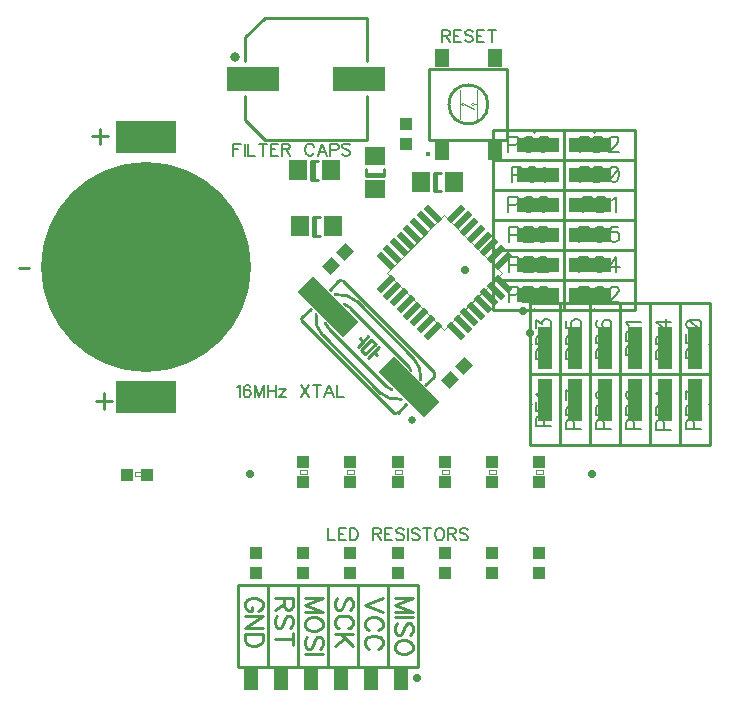
<source format=gbr>
%TF.GenerationSoftware,Novarm,DipTrace,3.0.0.2*%
%TF.CreationDate,2016-12-19T10:05:56+01:00*%
%FSLAX26Y26*%
%MOIN*%
%TF.FileFunction,Drawing,Top*%
%TF.Part,Single*%
%AMOUTLINE0*
4,1,4,
-0.001392,-0.029231,
-0.029231,-0.001392,
0.001392,0.029231,
0.029231,0.001392,
-0.001392,-0.029231,
0*%
%AMOUTLINE3*
4,1,15,
-0.023622,-0.03937,
-0.023622,0.03937,
-0.019685,0.031496,
-0.015748,0.03937,
-0.011811,0.031496,
-0.007874,0.03937,
-0.003937,0.031496,
0.0,0.03937,
0.003937,0.031496,
0.007874,0.03937,
0.011811,0.031496,
0.015748,0.03937,
0.019685,0.031496,
0.023622,0.03937,
0.023622,-0.03937,
-0.023622,-0.03937,
0*%
%AMOUTLINE6*
4,1,4,
-0.016703,-0.030623,
-0.030623,-0.016703,
0.016703,0.030623,
0.030623,0.016703,
-0.016703,-0.030623,
0*%
%AMOUTLINE9*
4,1,4,
-0.030623,0.016703,
-0.016703,0.030623,
0.030623,-0.016703,
0.016703,-0.030623,
-0.030623,0.016703,
0*%
%AMOUTLINE12*
4,1,4,
0.051501,-0.101612,
-0.101612,0.051501,
-0.051501,0.101612,
0.101612,-0.051501,
0.051501,-0.101612,
0*%
%ADD10C,0.009843*%
%ADD17C,0.000013*%
%ADD26C,0.031465*%
%ADD31C,0.027557*%
%ADD33C,0.027586*%
%ADD35C,0.027579*%
%ADD36C,0.015756*%
%ADD37C,0.003937*%
%ADD40O,0.025956X0.025765*%
%ADD65C,0.006176*%
%ADD66C,0.009264*%
%ADD67C,0.00772*%
%ADD22C,0.027559*%
%ADD23R,0.2X0.109843*%
%ADD24C,0.7*%
%ADD25R,0.070866X0.062992*%
%ADD27R,0.177165X0.082677*%
%ADD28R,0.062992X0.070866*%
%ADD29R,0.043307X0.03937*%
%ADD30R,0.03937X0.043307*%
%ADD32R,0.144882X0.05*%
%ADD34R,0.05X0.144882*%
%ADD38R,0.051181X0.061024*%
%ADD69OUTLINE0*%
%ADD72OUTLINE3*%
%ADD75OUTLINE6*%
%ADD78OUTLINE9*%
%ADD81OUTLINE12*%
G75*
G01*
%LPD*%
D22*
X2755906Y1200787D3*
X1614173D3*
X2332677Y1877953D3*
D23*
X1270146Y2321504D3*
Y1456543D3*
D24*
Y1889024D3*
X2063576Y2200089D2*
D10*
X2000647D1*
X2063576Y2192640D2*
X2000647D1*
X2063576D2*
Y2216199D1*
X2000647Y2192640D2*
Y2216199D1*
D25*
X2032112Y2149302D3*
Y2259538D3*
X2004826Y2719747D2*
D10*
Y2576033D1*
Y2719747D2*
X1664243D1*
X2004826Y2457948D2*
Y2314235D1*
X1664243D1*
X1599295Y2654784D2*
Y2576033D1*
Y2457948D2*
Y2379198D1*
Y2654784D2*
X1664243Y2719747D1*
X1599295Y2379198D2*
X1664243Y2314235D1*
D26*
X1565864Y2587854D3*
D27*
X1624895Y2516991D3*
X1979226D3*
X2235293Y2140967D2*
D10*
Y2203896D1*
X2227844Y2140967D2*
Y2203896D1*
Y2140967D2*
X2251403D1*
X2227844Y2203896D2*
X2251403D1*
D28*
X2184505Y2172432D3*
X2294741D3*
X1833163Y1993319D2*
D10*
Y2056248D1*
X1825714Y1993319D2*
Y2056248D1*
Y1993319D2*
X1849273D1*
X1825714Y2056248D2*
X1849273D1*
D28*
X1782375Y2024783D3*
X1892612D3*
X1827643Y2180444D2*
D10*
Y2243373D1*
X1820194Y2180444D2*
Y2243373D1*
Y2180444D2*
X1843753D1*
X1820194Y2243373D2*
X1843753D1*
D28*
X1776856Y2211908D3*
X1887092D3*
D69*
X1931913Y1938358D3*
X1884588Y1891033D3*
X2328319Y1559403D3*
X2280993Y1512077D3*
D29*
X1206755Y1196703D3*
X1273684D3*
D30*
X1792937Y1172604D3*
Y1239533D3*
X1950417Y1172604D3*
Y1239533D3*
X2107898Y1172604D3*
Y1239533D3*
X2265378Y1172604D3*
Y1239533D3*
X2422858Y1172604D3*
Y1239533D3*
X2580339Y1172604D3*
Y1239533D3*
D31*
X2526070Y1742580D3*
X2561907Y1748491D2*
D10*
Y1744551D1*
X2761902D1*
Y1748491D1*
X2561907Y2344535D2*
X2761902D1*
X2561907D2*
Y2340595D1*
X2761902Y2344535D2*
Y2340595D1*
D32*
X2749306Y1794535D3*
Y1894535D3*
Y1994535D3*
Y2094535D3*
Y2194535D3*
Y2294535D3*
X2574503D3*
Y2194535D3*
Y2094535D3*
Y1994535D3*
Y1894535D3*
Y1794535D3*
D33*
X2547350Y1667771D3*
X2553262Y1631934D2*
D10*
X2549321D1*
Y1431940D1*
X2553262D1*
X3149306Y1631934D2*
Y1431940D1*
Y1631934D2*
X3145365D1*
X3149306Y1431940D2*
X3145365D1*
D34*
X2599306Y1444535D3*
X2699306D3*
X2799306D3*
X2899306D3*
X2999306D3*
X3099306D3*
Y1619339D3*
X2999306D3*
X2899306D3*
X2799306D3*
X2699306D3*
X2599306D3*
D35*
X2173219Y520173D3*
D72*
X2120079Y518146D3*
X2020079D3*
X1920079D3*
X1820079D3*
X1720079D3*
X1620079D3*
D30*
X2136944Y2298396D3*
Y2365325D3*
X1635457Y936383D3*
Y869454D3*
X1792937Y936383D3*
Y869454D3*
X1950417Y936383D3*
Y869454D3*
X2107898Y936383D3*
Y869454D3*
X2265378Y936383D3*
Y869454D3*
X2422858Y936383D3*
Y869454D3*
X2580339Y936383D3*
Y869454D3*
D36*
X2209545Y2265731D3*
X2278436Y2431102D2*
D10*
G02X2278436Y2431102I64966J0D01*
G01*
X2315843Y2383864D2*
D37*
Y2478341D1*
X2370961Y2383864D2*
Y2478341D1*
X2315843Y2431102D2*
X2321765D1*
X2370961D2*
X2365039D1*
X2321765D2*
G02X2321765Y2431102I3925J0D01*
G01*
X2355205D2*
G02X2355205Y2431102I3925J0D01*
G01*
X2329615D2*
X2361127Y2417339D1*
X2213484Y2312988D2*
D10*
X2473320D1*
Y2549217D1*
X2213484D1*
Y2312988D1*
D38*
X2254816Y2274606D3*
Y2587598D3*
X2431982Y2274606D3*
Y2587598D3*
D75*
X2068134Y1832728D3*
X2090406Y1810457D3*
X2112676Y1788185D3*
X2134948Y1765915D3*
X2157218Y1743643D3*
X2179490Y1721373D3*
X2201760Y1699101D3*
X2224031Y1676831D3*
D78*
X2301980D3*
X2324251Y1699101D3*
X2346522Y1721373D3*
X2368794Y1743643D3*
X2391064Y1765915D3*
X2413336Y1788185D3*
X2435606Y1810457D3*
X2457878Y1832728D3*
D75*
Y1910676D3*
X2435606Y1932948D3*
X2413336Y1955219D3*
X2391064Y1977490D3*
X2368794Y1999761D3*
X2346522Y2022031D3*
X2324251Y2044303D3*
X2301980Y2066573D3*
D78*
X2224031D3*
X2201760Y2044303D3*
X2179490Y2022031D3*
X2157218Y1999761D3*
X2134948Y1977490D3*
X2112676Y1955219D3*
X2090406Y1932948D3*
X2068134Y1910676D3*
X2120063Y1448727D2*
D10*
G02X2048566Y1470699I-14874J78912D01*
G01*
X2136958Y1431879D2*
X2108642Y1403601D1*
X1857579Y1661645D2*
G02X1835587Y1733225I56736J56599D01*
G01*
X1818739Y1750073D2*
X1790424Y1721796D1*
X1949557Y1753620D2*
X2140497Y1562674D1*
X1970746Y1774804D2*
X2161686Y1583857D1*
X2069756Y1491931D2*
X1878815Y1682878D1*
X1924781Y1842000D2*
X2228841Y1537944D1*
X1924781Y1842000D2*
G03X1910623Y1842000I-7079J-6999D01*
G01*
X1882355Y1813722D1*
X1949557Y1753620D2*
G03X1930538Y1765493I-36105J-36668D01*
G01*
X1878815Y1682878D2*
G02X1866923Y1701893I35835J35638D01*
G01*
X1970746Y1774804D2*
G03X1899202Y1796825I-56550J-56496D01*
G01*
X2183678Y1512376D2*
G03X2161686Y1583857I-78419J14998D01*
G01*
X2152342Y1543707D2*
G03X2140497Y1562674I-47705J-16611D01*
G01*
X2088727Y1480108D2*
G02X2069756Y1491931I16208J47138D01*
G01*
X2228841Y1523805D2*
X2200573Y1495478D1*
X2228841Y1523805D2*
G03X2228841Y1537944I-7077J7069D01*
G01*
X2048566Y1470699D2*
X1857579Y1661645D1*
X1790424Y1707608D2*
X2094484Y1403601D1*
X1790424Y1707608D2*
G02X1790424Y1721796I7136J7094D01*
G01*
X2108642Y1403601D2*
G02X2094484Y1403601I-7079J6999D01*
G01*
X1999014Y1598095D2*
X2034361Y1633417D1*
X2020251Y1647506D1*
X1984904Y1612184D1*
X1999014Y1598095D1*
X2009633Y1587454D2*
X2027330Y1605139D1*
X2044980Y1622776D1*
X2027330Y1605139D2*
X2037948Y1594498D1*
X1974285Y1622776D2*
X1991983Y1640462D1*
X2009633Y1658147D1*
X1991983Y1640462D2*
X1981317Y1651103D1*
D40*
X2157109Y1378994D3*
D81*
X2143983Y1488438D3*
X1875282Y1757138D3*
X2263005Y1677953D2*
D17*
X2070879Y1870079D1*
X2263005Y2062205D1*
X2455131Y1870079D1*
X2263005Y1677953D1*
X1231483Y1193228D2*
Y1205039D1*
X1255105D1*
Y1193228D1*
X1231483D1*
X1782375Y1200787D2*
Y1212598D1*
X1805997D1*
Y1200787D1*
X1782375D1*
X1939856D2*
Y1212598D1*
X1963478D1*
Y1200787D1*
X1939856D1*
X2097336D2*
Y1212598D1*
X2120958D1*
Y1200787D1*
X2097336D1*
X2254816D2*
Y1212598D1*
X2278438D1*
Y1200787D1*
X2254816D1*
X2412297D2*
Y1212598D1*
X2435919D1*
Y1200787D1*
X2412297D1*
X2569777D2*
Y1212598D1*
X2593399D1*
Y1200787D1*
X2569777D1*
X2074472Y830196D2*
D10*
X2174472D1*
Y554605D1*
X2074472D1*
Y830196D1*
X1974472D2*
X2074472D1*
Y554605D1*
X1974472D1*
Y830196D1*
X1874472D2*
X1974472D1*
Y554605D1*
X1874472D1*
Y830196D1*
X1774472D2*
X1874472D1*
Y554605D1*
X1774472D1*
Y830196D1*
X1674472D2*
X1774472D1*
Y554605D1*
X1674472D1*
Y830196D1*
X1574472D2*
X1674472D1*
Y554605D1*
X1574472D1*
Y830196D1*
X2548094Y1531693D2*
X2648094D1*
Y1295472D1*
X2548094D1*
Y1531693D1*
X2648094D2*
X2748094D1*
Y1295472D1*
X2648094D1*
Y1531693D1*
X2748094D2*
X2848094D1*
Y1295472D1*
X2748094D1*
Y1531693D1*
X2848094D2*
X2948094D1*
Y1295472D1*
X2848094D1*
Y1531693D1*
X2948094D2*
X3048094D1*
Y1295472D1*
X2948094D1*
Y1531693D1*
X3048094D2*
X3148094D1*
Y1295472D1*
X3048094D1*
Y1531693D1*
X2548094Y1767913D2*
X2648094D1*
Y1531693D1*
X2548094D1*
Y1767913D1*
X2648094D2*
X2748094D1*
Y1531693D1*
X2648094D1*
Y1767913D1*
X2748094D2*
X2848094D1*
Y1531693D1*
X2748094D1*
Y1767913D1*
X2848094D2*
X2948094D1*
Y1531693D1*
X2848094D1*
Y1767913D1*
X2948094D2*
X3048094D1*
Y1531693D1*
X2948094D1*
Y1767913D1*
X3048094D2*
X3148094D1*
Y1531693D1*
X3048094D1*
Y1767913D1*
X2425575Y2345584D2*
X2661795D1*
Y2245584D1*
X2425575D1*
Y2345584D1*
Y2245584D2*
X2661795D1*
Y2145584D1*
X2425575D1*
Y2245584D1*
Y2145584D2*
X2661795D1*
Y2045584D1*
X2425575D1*
Y2145584D1*
Y2045584D2*
X2661795D1*
Y1945584D1*
X2425575D1*
Y2045584D1*
Y1945584D2*
X2661795D1*
Y1845584D1*
X2425575D1*
Y1945584D1*
Y1845584D2*
X2661795D1*
Y1745584D1*
X2425575D1*
Y1845584D1*
X2661795Y2345584D2*
X2898016D1*
Y2245584D1*
X2661795D1*
Y2345584D1*
Y2245584D2*
X2898016D1*
Y2145584D1*
X2661795D1*
Y2245584D1*
Y2145584D2*
X2898016D1*
Y2045584D1*
X2661795D1*
Y2145584D1*
Y2045584D2*
X2898016D1*
Y1945584D1*
X2661795D1*
Y2045584D1*
Y1945584D2*
X2898016D1*
Y1845584D1*
X2661795D1*
Y1945584D1*
Y1845584D2*
X2898016D1*
Y1745584D1*
X2661795D1*
Y1845584D1*
X2097943Y740298D2*
D66*
X2158231D1*
X2097943Y763246D1*
X2158231Y786194D1*
X2097943D1*
X2158231Y721771D2*
X2097943D1*
X2149609Y663052D2*
X2155379Y668755D1*
X2158231Y677377D1*
Y688851D1*
X2155379Y697473D1*
X2149609Y703244D1*
X2143905D1*
X2138135Y700325D1*
X2135283Y697473D1*
X2132431Y691770D1*
X2126661Y674526D1*
X2123809Y668755D1*
X2120891Y665904D1*
X2115187Y663052D1*
X2106565D1*
X2100861Y668755D1*
X2097943Y677378D1*
Y688851D1*
X2100861Y697474D1*
X2106565Y703244D1*
X2158231Y627280D2*
X2155379Y633051D1*
X2149609Y638754D1*
X2143905Y641673D1*
X2135283Y644525D1*
X2120891D1*
X2112335Y641673D1*
X2106565Y638754D1*
X2100861Y633051D1*
X2097943Y627280D1*
Y615807D1*
X2100861Y610103D1*
X2106565Y604333D1*
X2112335Y601481D1*
X2120891Y598629D1*
X2135283D1*
X2143905Y601481D1*
X2149609Y604333D1*
X2155379Y610103D1*
X2158231Y615806D1*
Y627280D1*
X2058231Y786194D2*
X1997943Y763246D1*
X2058231Y740298D1*
X2043905Y678727D2*
X2049609Y681579D1*
X2055379Y687349D1*
X2058231Y693053D1*
Y704527D1*
X2055379Y710297D1*
X2049609Y716001D1*
X2043905Y718919D1*
X2035283Y721771D1*
X2020891D1*
X2012335Y718919D1*
X2006565Y716001D1*
X2000861Y710297D1*
X1997943Y704527D1*
Y693053D1*
X2000861Y687349D1*
X2006565Y681579D1*
X2012335Y678727D1*
X2043905Y617156D2*
X2049609Y620008D1*
X2055379Y625778D1*
X2058231Y631482D1*
Y642956D1*
X2055379Y648726D1*
X2049609Y654430D1*
X2043905Y657348D1*
X2035283Y660200D1*
X2020891D1*
X2012335Y657348D1*
X2006565Y654430D1*
X2000861Y648726D1*
X1997943Y642956D1*
Y631482D1*
X2000861Y625778D1*
X2006565Y620008D1*
X2012335Y617156D1*
X1949609Y746002D2*
X1955379Y751705D1*
X1958231Y760327D1*
Y771801D1*
X1955379Y780423D1*
X1949609Y786194D1*
X1943905D1*
X1938135Y783275D1*
X1935283Y780423D1*
X1932431Y774720D1*
X1926661Y757476D1*
X1923809Y751705D1*
X1920891Y748854D1*
X1915187Y746002D1*
X1906565D1*
X1900861Y751705D1*
X1897943Y760327D1*
Y771801D1*
X1900861Y780423D1*
X1906565Y786194D1*
X1943905Y684431D2*
X1949609Y687283D1*
X1955379Y693053D1*
X1958231Y698756D1*
Y710230D1*
X1955379Y716001D1*
X1949609Y721704D1*
X1943905Y724623D1*
X1935283Y727475D1*
X1920891D1*
X1912335Y724623D1*
X1906565Y721704D1*
X1900861Y716001D1*
X1897943Y710230D1*
Y698757D1*
X1900861Y693053D1*
X1906565Y687283D1*
X1912335Y684431D1*
X1958231Y665904D2*
X1897943D1*
X1958231Y625712D2*
X1918039Y665904D1*
X1932431Y651578D2*
X1897943Y625712D1*
X1797943Y740298D2*
X1858231D1*
X1797943Y763246D1*
X1858231Y786194D1*
X1797943D1*
X1858231Y704527D2*
X1855379Y710297D1*
X1849609Y716001D1*
X1843905Y718919D1*
X1835283Y721771D1*
X1820891D1*
X1812335Y718919D1*
X1806565Y716001D1*
X1800861Y710297D1*
X1797943Y704527D1*
Y693053D1*
X1800861Y687349D1*
X1806565Y681579D1*
X1812335Y678727D1*
X1820891Y675875D1*
X1835283D1*
X1843905Y678727D1*
X1849609Y681579D1*
X1855379Y687349D1*
X1858231Y693053D1*
Y704527D1*
X1849609Y617156D2*
X1855379Y622860D1*
X1858231Y631482D1*
Y642956D1*
X1855379Y651578D1*
X1849609Y657348D1*
X1843905D1*
X1838135Y654430D1*
X1835283Y651578D1*
X1832431Y645874D1*
X1826661Y628630D1*
X1823809Y622860D1*
X1820891Y620008D1*
X1815187Y617156D1*
X1806565D1*
X1800861Y622860D1*
X1797943Y631482D1*
Y642956D1*
X1800861Y651578D1*
X1806565Y657348D1*
X1858231Y598629D2*
X1797943D1*
X1729513Y786194D2*
Y760394D1*
X1732431Y751772D1*
X1735283Y748853D1*
X1740987Y746002D1*
X1746757D1*
X1752461Y748853D1*
X1755379Y751772D1*
X1758231Y760394D1*
Y786194D1*
X1697943D1*
X1729513Y766098D2*
X1697943Y746002D1*
X1749609Y687283D2*
X1755379Y692986D1*
X1758231Y701608D1*
Y713082D1*
X1755379Y721704D1*
X1749609Y727475D1*
X1743905D1*
X1738135Y724556D1*
X1735283Y721704D1*
X1732431Y716001D1*
X1726661Y698757D1*
X1723809Y692986D1*
X1720891Y690134D1*
X1715187Y687283D1*
X1706565D1*
X1700861Y692986D1*
X1697943Y701608D1*
Y713082D1*
X1700861Y721704D1*
X1706565Y727475D1*
X1758231Y648659D2*
X1697943D1*
X1758231Y668755D2*
Y628563D1*
X1643905Y743150D2*
X1649609Y746002D1*
X1655379Y751772D1*
X1658231Y757476D1*
Y768949D1*
X1655379Y774720D1*
X1649609Y780423D1*
X1643905Y783342D1*
X1635283Y786194D1*
X1620891D1*
X1612335Y783342D1*
X1606565Y780423D1*
X1600861Y774720D1*
X1597943Y768950D1*
Y757476D1*
X1600861Y751772D1*
X1606565Y746002D1*
X1612335Y743150D1*
X1620891D1*
Y757476D1*
X1658231Y684431D2*
X1597943D1*
X1658231Y724623D1*
X1597943D1*
X1658231Y665904D2*
X1597943D1*
Y645808D1*
X1600861Y637186D1*
X1606565Y631415D1*
X1612335Y628563D1*
X1620891Y625712D1*
X1635283D1*
X1643905Y628563D1*
X1649609Y631415D1*
X1655379Y637185D1*
X1658231Y645808D1*
Y665904D1*
X2596271Y1359869D2*
D67*
Y1381425D1*
X2593894Y1388554D1*
X2591462Y1390986D1*
X2586709Y1393363D1*
X2579524D1*
X2574771Y1390986D1*
X2572339Y1388554D1*
X2569962Y1381425D1*
Y1359869D1*
X2620202D1*
X2569962Y1439863D2*
Y1408802D1*
X2620202D1*
Y1439863D1*
X2593894Y1408802D2*
Y1427925D1*
X2579579Y1455303D2*
X2577147Y1460111D1*
X2570018Y1467296D1*
X2620202D1*
X2696271Y1347904D2*
Y1369459D1*
X2693894Y1376588D1*
X2691462Y1379020D1*
X2686709Y1381397D1*
X2679524D1*
X2674771Y1379020D1*
X2672339Y1376588D1*
X2669962Y1369459D1*
Y1347904D1*
X2720202D1*
X2669962Y1396836D2*
X2720202D1*
Y1413583D1*
X2717770Y1420768D1*
X2713017Y1425576D1*
X2708209Y1427953D1*
X2701079Y1430329D1*
X2689086D1*
X2681901Y1427953D1*
X2677147Y1425576D1*
X2672339Y1420768D1*
X2669962Y1413583D1*
Y1396836D1*
X2720202Y1455330D2*
X2670018Y1479262D1*
Y1445769D1*
X2796271Y1347904D2*
Y1369459D1*
X2793894Y1376588D1*
X2791462Y1379020D1*
X2786709Y1381397D1*
X2779524D1*
X2774771Y1379020D1*
X2772339Y1376588D1*
X2769962Y1369459D1*
Y1347904D1*
X2820202D1*
X2769962Y1396836D2*
X2820202D1*
Y1418391D1*
X2817770Y1425576D1*
X2815394Y1427953D1*
X2810641Y1430329D1*
X2803456D1*
X2798647Y1427953D1*
X2796271Y1425576D1*
X2793894Y1418391D1*
X2791462Y1425576D1*
X2789086Y1427953D1*
X2784332Y1430329D1*
X2779524D1*
X2774771Y1427953D1*
X2772339Y1425576D1*
X2769962Y1418391D1*
Y1396836D1*
X2793894D2*
Y1418391D1*
X2770018Y1460139D2*
X2772394Y1452954D1*
X2779579Y1448145D1*
X2791517Y1445769D1*
X2798702D1*
X2810641Y1448145D1*
X2817826Y1452954D1*
X2820202Y1460139D1*
Y1464892D1*
X2817826Y1472077D1*
X2810641Y1476830D1*
X2798702Y1479262D1*
X2791517D1*
X2779579Y1476830D1*
X2772394Y1472077D1*
X2770018Y1464892D1*
Y1460139D1*
X2779579Y1476830D2*
X2810641Y1448145D1*
X2896271Y1347904D2*
Y1369459D1*
X2893894Y1376588D1*
X2891462Y1379020D1*
X2886709Y1381397D1*
X2879524D1*
X2874771Y1379020D1*
X2872339Y1376588D1*
X2869962Y1369459D1*
Y1347904D1*
X2920202D1*
X2869962Y1396836D2*
X2920202D1*
Y1418391D1*
X2917770Y1425576D1*
X2915394Y1427953D1*
X2910641Y1430329D1*
X2903456D1*
X2898647Y1427953D1*
X2896271Y1425576D1*
X2893894Y1418391D1*
X2891462Y1425576D1*
X2889086Y1427953D1*
X2884332Y1430329D1*
X2879524D1*
X2874771Y1427953D1*
X2872339Y1425576D1*
X2869962Y1418391D1*
Y1396836D1*
X2893894D2*
Y1418391D1*
X2881956Y1448200D2*
X2879579D1*
X2874771Y1450577D1*
X2872394Y1452954D1*
X2870018Y1457762D1*
Y1467324D1*
X2872394Y1472077D1*
X2874771Y1474454D1*
X2879579Y1476885D1*
X2884332D1*
X2889141Y1474453D1*
X2896271Y1469700D1*
X2920202Y1445769D1*
Y1479262D1*
X2996271Y1346715D2*
Y1368270D1*
X2993894Y1375400D1*
X2991462Y1377832D1*
X2986709Y1380209D1*
X2979524D1*
X2974771Y1377832D1*
X2972339Y1375400D1*
X2969962Y1368270D1*
Y1346715D1*
X3020202D1*
X2969962Y1395648D2*
X3020202D1*
Y1417203D1*
X3017770Y1424388D1*
X3015394Y1426764D1*
X3010641Y1429141D1*
X3003456D1*
X2998647Y1426764D1*
X2996271Y1424388D1*
X2993894Y1417203D1*
X2991462Y1424388D1*
X2989086Y1426764D1*
X2984332Y1429141D1*
X2979524D1*
X2974771Y1426765D1*
X2972339Y1424388D1*
X2969962Y1417203D1*
Y1395648D1*
X2993894D2*
Y1417203D1*
X3020202Y1468512D2*
X2970018D1*
X3003456Y1444580D1*
Y1480450D1*
X3096271Y1347904D2*
Y1369459D1*
X3093894Y1376588D1*
X3091462Y1379020D1*
X3086709Y1381397D1*
X3079524D1*
X3074771Y1379020D1*
X3072339Y1376588D1*
X3069962Y1369459D1*
Y1347904D1*
X3120202D1*
X3069962Y1396836D2*
X3120202D1*
Y1418391D1*
X3117770Y1425576D1*
X3115394Y1427953D1*
X3110641Y1430329D1*
X3103456D1*
X3098647Y1427953D1*
X3096271Y1425576D1*
X3093894Y1418391D1*
X3091462Y1425576D1*
X3089086Y1427953D1*
X3084332Y1430329D1*
X3079524D1*
X3074771Y1427953D1*
X3072339Y1425576D1*
X3069962Y1418391D1*
Y1396836D1*
X3093894D2*
Y1418391D1*
X3070018Y1450577D2*
Y1476830D1*
X3089141Y1462515D1*
Y1469700D1*
X3091517Y1474453D1*
X3093894Y1476830D1*
X3101079Y1479262D1*
X3105832D1*
X3113017Y1476830D1*
X3117826Y1472077D1*
X3120202Y1464892D1*
Y1457707D1*
X3117826Y1450577D1*
X3115394Y1448200D1*
X3110641Y1445769D1*
X2596271Y1584124D2*
Y1605679D1*
X2593894Y1612809D1*
X2591462Y1615241D1*
X2586709Y1617617D1*
X2579524D1*
X2574771Y1615241D1*
X2572339Y1612809D1*
X2569962Y1605679D1*
Y1584124D1*
X2620202D1*
X2569962Y1633057D2*
X2620202Y1633056D1*
Y1649803D1*
X2617770Y1656988D1*
X2613017Y1661797D1*
X2608209Y1664173D1*
X2601079Y1666550D1*
X2589086D1*
X2581901Y1664173D1*
X2577147Y1661797D1*
X2572339Y1656988D1*
X2569962Y1649803D1*
Y1633057D1*
X2570018Y1686798D2*
Y1713051D1*
X2589141Y1698736D1*
Y1705921D1*
X2591517Y1710674D1*
X2593894Y1713051D1*
X2601079Y1715482D1*
X2605832D1*
X2613017Y1713051D1*
X2617826Y1708297D1*
X2620202Y1701112D1*
Y1693927D1*
X2617826Y1686798D1*
X2615394Y1684421D1*
X2610641Y1681989D1*
X2696271Y1584124D2*
Y1605679D1*
X2693894Y1612809D1*
X2691462Y1615241D1*
X2686709Y1617617D1*
X2679524D1*
X2674771Y1615241D1*
X2672339Y1612809D1*
X2669962Y1605679D1*
Y1584124D1*
X2720202D1*
X2669962Y1633057D2*
X2720202Y1633056D1*
Y1649803D1*
X2717770Y1656988D1*
X2713017Y1661797D1*
X2708209Y1664173D1*
X2701079Y1666550D1*
X2689086D1*
X2681901Y1664173D1*
X2677147Y1661797D1*
X2672339Y1656988D1*
X2669962Y1649803D1*
Y1633057D1*
X2670018Y1710674D2*
Y1686798D1*
X2691517Y1684421D1*
X2689141Y1686798D1*
X2686709Y1693983D1*
Y1701112D1*
X2689141Y1708297D1*
X2693894Y1713106D1*
X2701079Y1715482D1*
X2705832D1*
X2713017Y1713106D1*
X2717826Y1708297D1*
X2720202Y1701112D1*
Y1693983D1*
X2717826Y1686798D1*
X2715394Y1684421D1*
X2710641Y1681989D1*
X2796271Y1585340D2*
Y1606895D1*
X2793894Y1614025D1*
X2791462Y1616457D1*
X2786709Y1618833D1*
X2779524D1*
X2774771Y1616457D1*
X2772339Y1614025D1*
X2769962Y1606895D1*
Y1585340D1*
X2820202D1*
X2769962Y1634272D2*
X2820202D1*
Y1651019D1*
X2817770Y1658204D1*
X2813017Y1663013D1*
X2808209Y1665389D1*
X2801079Y1667766D1*
X2789086D1*
X2781901Y1665389D1*
X2777147Y1663013D1*
X2772339Y1658204D1*
X2769962Y1651019D1*
Y1634272D1*
X2777147Y1711890D2*
X2772394Y1709513D1*
X2770018Y1702328D1*
Y1697575D1*
X2772394Y1690390D1*
X2779579Y1685582D1*
X2791517Y1683205D1*
X2803456D1*
X2813017Y1685582D1*
X2817826Y1690390D1*
X2820202Y1697575D1*
Y1699952D1*
X2817826Y1707081D1*
X2813017Y1711890D1*
X2805832Y1714266D1*
X2803456D1*
X2796271Y1711890D1*
X2791517Y1707081D1*
X2789141Y1699952D1*
Y1697575D1*
X2791517Y1690390D1*
X2796271Y1685582D1*
X2803456Y1683205D1*
X2896271Y1594874D2*
Y1616429D1*
X2893894Y1623559D1*
X2891462Y1625991D1*
X2886709Y1628367D1*
X2879524D1*
X2874771Y1625991D1*
X2872339Y1623559D1*
X2869962Y1616429D1*
Y1594874D1*
X2920202D1*
X2869962Y1643806D2*
X2920202D1*
Y1665362D1*
X2917770Y1672547D1*
X2915394Y1674923D1*
X2910641Y1677300D1*
X2903456D1*
X2898647Y1674923D1*
X2896271Y1672547D1*
X2893894Y1665362D1*
X2891462Y1672547D1*
X2889086Y1674923D1*
X2884332Y1677300D1*
X2879524D1*
X2874771Y1674923D1*
X2872339Y1672547D1*
X2869962Y1665362D1*
Y1643806D1*
X2893894D2*
Y1665362D1*
X2879579Y1692739D2*
X2877147Y1697547D1*
X2870018Y1704733D1*
X2920202Y1704732D1*
X2996271Y1582936D2*
Y1604491D1*
X2993894Y1611621D1*
X2991462Y1614052D1*
X2986709Y1616429D1*
X2979524D1*
X2974771Y1614052D1*
X2972339Y1611621D1*
X2969962Y1604491D1*
Y1582936D1*
X3020202D1*
X2969962Y1631868D2*
X3020202D1*
Y1648615D1*
X3017770Y1655800D1*
X3013017Y1660608D1*
X3008209Y1662985D1*
X3001079Y1665362D1*
X2989086D1*
X2981901Y1662985D1*
X2977147Y1660608D1*
X2972339Y1655800D1*
X2969962Y1648615D1*
Y1631868D1*
X3020202Y1704732D2*
X2970018Y1704733D1*
X3003456Y1680801D1*
Y1716671D1*
X3096271Y1585340D2*
Y1606895D1*
X3093894Y1614025D1*
X3091462Y1616457D1*
X3086709Y1618833D1*
X3079524D1*
X3074771Y1616457D1*
X3072339Y1614025D1*
X3069962Y1606895D1*
Y1585340D1*
X3120202D1*
X3069962Y1665334D2*
Y1634272D1*
X3120202D1*
Y1665334D1*
X3093894Y1634272D2*
Y1653396D1*
X3070018Y1695143D2*
X3072394Y1687958D1*
X3079579Y1683150D1*
X3091517Y1680773D1*
X3098703D1*
X3110641Y1683150D1*
X3117826Y1687958D1*
X3120202Y1695143D1*
Y1699896D1*
X3117826Y1707081D1*
X3110641Y1711835D1*
X3098702Y1714266D1*
X3091517D1*
X3079579Y1711835D1*
X3072394Y1707081D1*
X3070018Y1699896D1*
Y1695143D1*
X3079579Y1711835D2*
X3110641Y1683150D1*
X2476817Y2297408D2*
X2498373D1*
X2505502Y2299784D1*
X2507934Y2302216D1*
X2510311Y2306970D1*
Y2314155D1*
X2507934Y2318908D1*
X2505502Y2321340D1*
X2498373Y2323716D1*
X2476817D1*
Y2273476D1*
X2561620Y2311778D2*
X2559243Y2316531D1*
X2554435Y2321340D1*
X2549682Y2323716D1*
X2540120D1*
X2535312Y2321340D1*
X2530559Y2316531D1*
X2528127Y2311778D1*
X2525750Y2304593D1*
Y2292599D1*
X2528127Y2285470D1*
X2530559Y2280661D1*
X2535312Y2275908D1*
X2540120Y2273476D1*
X2549682D1*
X2554435Y2275908D1*
X2559243Y2280661D1*
X2561620Y2285470D1*
X2581868Y2323661D2*
X2608121D1*
X2593806Y2304538D1*
X2600991D1*
X2605744Y2302161D1*
X2608121Y2299784D1*
X2610553Y2292599D1*
Y2287846D1*
X2608121Y2280661D1*
X2603368Y2275853D1*
X2596183Y2273476D1*
X2588997D1*
X2581868Y2275853D1*
X2579491Y2278285D1*
X2577059Y2283038D1*
X2487567Y2197408D2*
X2509123D1*
X2516252Y2199784D1*
X2518684Y2202216D1*
X2521061Y2206970D1*
Y2214155D1*
X2518684Y2218908D1*
X2516252Y2221340D1*
X2509123Y2223716D1*
X2487567D1*
Y2173476D1*
X2572370Y2211778D2*
X2569993Y2216531D1*
X2565185Y2221340D1*
X2560432Y2223716D1*
X2550870D1*
X2546062Y2221340D1*
X2541308Y2216531D1*
X2538877Y2211778D1*
X2536500Y2204593D1*
Y2192599D1*
X2538877Y2185470D1*
X2541308Y2180661D1*
X2546062Y2175908D1*
X2550870Y2173476D1*
X2560432D1*
X2565185Y2175908D1*
X2569993Y2180661D1*
X2572370Y2185470D1*
X2587809Y2214099D2*
X2592618Y2216531D1*
X2599803Y2223661D1*
Y2173476D1*
X2476817Y2097408D2*
X2498373D1*
X2505502Y2099784D1*
X2507934Y2102216D1*
X2510311Y2106970D1*
Y2114155D1*
X2507934Y2118908D1*
X2505502Y2121340D1*
X2498373Y2123716D1*
X2476817D1*
Y2073476D1*
X2561620Y2111778D2*
X2559243Y2116531D1*
X2554435Y2121340D1*
X2549682Y2123716D1*
X2540120D1*
X2535312Y2121340D1*
X2530559Y2116531D1*
X2528127Y2111778D1*
X2525750Y2104593D1*
Y2092599D1*
X2528127Y2085470D1*
X2530559Y2080661D1*
X2535312Y2075908D1*
X2540120Y2073476D1*
X2549682D1*
X2554435Y2075908D1*
X2559243Y2080661D1*
X2561620Y2085470D1*
X2591429Y2123661D2*
X2584244Y2121284D1*
X2579436Y2114099D1*
X2577059Y2102161D1*
Y2094976D1*
X2579436Y2083038D1*
X2584244Y2075853D1*
X2591429Y2073476D1*
X2596183D1*
X2603368Y2075853D1*
X2608121Y2083038D1*
X2610553Y2094976D1*
Y2102161D1*
X2608121Y2114099D1*
X2603368Y2121284D1*
X2596183Y2123661D1*
X2591429D1*
X2608121Y2114099D2*
X2579436Y2083038D1*
X2479222Y1997408D2*
X2500777D1*
X2507907Y1999784D1*
X2510338Y2002216D1*
X2512715Y2006970D1*
Y2014155D1*
X2510338Y2018908D1*
X2507907Y2021340D1*
X2500777Y2023716D1*
X2479222D1*
Y1973476D1*
X2559216Y2023716D2*
X2528154D1*
Y1973476D1*
X2559216D1*
X2528154Y1999784D2*
X2547278D1*
X2579463Y2023661D2*
X2605717D1*
X2591402Y2004538D1*
X2598587D1*
X2603340Y2002161D1*
X2605717Y1999784D1*
X2608148Y1992599D1*
Y1987846D1*
X2605717Y1980661D1*
X2600963Y1975853D1*
X2593778Y1973476D1*
X2586593D1*
X2579463Y1975853D1*
X2577087Y1978285D1*
X2574655Y1983038D1*
X2479222Y1897408D2*
X2500777D1*
X2507907Y1899784D1*
X2510338Y1902216D1*
X2512715Y1906970D1*
Y1914155D1*
X2510338Y1918908D1*
X2507907Y1921340D1*
X2500777Y1923716D1*
X2479222D1*
Y1873476D1*
X2559216Y1923716D2*
X2528154D1*
Y1873476D1*
X2559216D1*
X2528154Y1899784D2*
X2547278D1*
X2577087Y1911723D2*
Y1914099D1*
X2579463Y1918908D1*
X2581840Y1921284D1*
X2586649Y1923661D1*
X2596210D1*
X2600963Y1921284D1*
X2603340Y1918908D1*
X2605772Y1914099D1*
Y1909346D1*
X2603340Y1904538D1*
X2598587Y1897408D1*
X2574655Y1873476D1*
X2608148D1*
X2478006Y1797408D2*
X2499561D1*
X2506691Y1799784D1*
X2509123Y1802216D1*
X2511499Y1806970D1*
Y1814155D1*
X2509123Y1818908D1*
X2506691Y1821340D1*
X2499561Y1823716D1*
X2478006D1*
Y1773476D1*
X2526938Y1823716D2*
Y1773476D1*
X2548493D1*
X2555679Y1775908D1*
X2558055Y1778285D1*
X2560432Y1783038D1*
Y1790223D1*
X2558055Y1795031D1*
X2555679Y1797408D1*
X2548493Y1799784D1*
X2555679Y1802216D1*
X2558055Y1804593D1*
X2560432Y1809346D1*
Y1814155D1*
X2558055Y1818908D1*
X2555679Y1821340D1*
X2548493Y1823716D1*
X2526938D1*
Y1799784D2*
X2548493D1*
X2604556Y1823661D2*
X2580679D1*
X2578303Y1802161D1*
X2580679Y1804538D1*
X2587864Y1806970D1*
X2594994D1*
X2602179Y1804538D1*
X2606988Y1799784D1*
X2609364Y1792599D1*
Y1787846D1*
X2606988Y1780661D1*
X2602179Y1775853D1*
X2594994Y1773476D1*
X2587864D1*
X2580679Y1775853D1*
X2578303Y1778285D1*
X2575871Y1783038D1*
X2714226Y2297408D2*
X2735781D1*
X2742911Y2299784D1*
X2745343Y2302216D1*
X2747720Y2306970D1*
Y2314155D1*
X2745343Y2318908D1*
X2742911Y2321340D1*
X2735781Y2323716D1*
X2714226D1*
Y2273476D1*
X2763159Y2323716D2*
Y2273476D1*
X2779906D1*
X2787091Y2275908D1*
X2791899Y2280661D1*
X2794276Y2285470D1*
X2796652Y2292599D1*
Y2304593D1*
X2794276Y2311778D1*
X2791899Y2316531D1*
X2787091Y2321340D1*
X2779906Y2323716D1*
X2763159D1*
X2814523Y2311723D2*
Y2314099D1*
X2816900Y2318908D1*
X2819276Y2321284D1*
X2824085Y2323661D1*
X2833647D1*
X2838400Y2321284D1*
X2840776Y2318908D1*
X2843208Y2314099D1*
Y2309346D1*
X2840776Y2304538D1*
X2836023Y2297408D1*
X2812091Y2273476D1*
X2845585D1*
X2714226Y2197408D2*
X2735781D1*
X2742911Y2199784D1*
X2745343Y2202216D1*
X2747720Y2206970D1*
Y2214155D1*
X2745343Y2218908D1*
X2742911Y2221340D1*
X2735781Y2223716D1*
X2714226D1*
Y2173476D1*
X2763159Y2223716D2*
Y2173476D1*
X2779906D1*
X2787091Y2175908D1*
X2791899Y2180661D1*
X2794276Y2185470D1*
X2796652Y2192599D1*
Y2204593D1*
X2794276Y2211778D1*
X2791899Y2216531D1*
X2787091Y2221340D1*
X2779906Y2223716D1*
X2763159D1*
X2826462Y2223661D2*
X2819276Y2221284D1*
X2814468Y2214099D1*
X2812091Y2202161D1*
Y2194976D1*
X2814468Y2183038D1*
X2819276Y2175853D1*
X2826462Y2173476D1*
X2831215D1*
X2838400Y2175853D1*
X2843153Y2183038D1*
X2845585Y2194976D1*
Y2202161D1*
X2843153Y2214099D1*
X2838400Y2221284D1*
X2831215Y2223661D1*
X2826462D1*
X2843153Y2214099D2*
X2814468Y2183038D1*
X2724976Y2097408D2*
X2746531D1*
X2753661Y2099784D1*
X2756093Y2102216D1*
X2758470Y2106970D1*
Y2114155D1*
X2756093Y2118908D1*
X2753661Y2121340D1*
X2746531Y2123716D1*
X2724976D1*
Y2073476D1*
X2773909Y2123716D2*
Y2073476D1*
X2790655D1*
X2797840Y2075908D1*
X2802649Y2080661D1*
X2805026Y2085470D1*
X2807402Y2092599D1*
Y2104593D1*
X2805026Y2111778D1*
X2802649Y2116531D1*
X2797840Y2121340D1*
X2790655Y2123716D1*
X2773909D1*
X2822841Y2114099D2*
X2827650Y2116531D1*
X2834835Y2123661D1*
Y2073476D1*
X2713038Y1997408D2*
X2734593D1*
X2741723Y1999784D1*
X2744155Y2002216D1*
X2746531Y2006970D1*
Y2014155D1*
X2744155Y2018908D1*
X2741723Y2021340D1*
X2734593Y2023716D1*
X2713038D1*
Y1973476D1*
X2797840Y2011778D2*
X2795464Y2016531D1*
X2790655Y2021340D1*
X2785902Y2023716D1*
X2776341D1*
X2771532Y2021340D1*
X2766779Y2016531D1*
X2764347Y2011778D1*
X2761971Y2004593D1*
Y1992599D1*
X2764347Y1985470D1*
X2766779Y1980661D1*
X2771532Y1975908D1*
X2776341Y1973476D1*
X2785902D1*
X2790655Y1975908D1*
X2795464Y1980661D1*
X2797840Y1985470D1*
X2841965Y2023661D2*
X2818088D1*
X2815712Y2002161D1*
X2818088Y2004538D1*
X2825273Y2006970D1*
X2832403D1*
X2839588Y2004538D1*
X2844396Y1999784D1*
X2846773Y1992599D1*
Y1987846D1*
X2844396Y1980661D1*
X2839588Y1975853D1*
X2832403Y1973476D1*
X2825273D1*
X2818088Y1975853D1*
X2815712Y1978285D1*
X2813280Y1983038D1*
X2711850Y1897408D2*
X2733405D1*
X2740535Y1899784D1*
X2742966Y1902216D1*
X2745343Y1906970D1*
Y1914155D1*
X2742966Y1918908D1*
X2740535Y1921340D1*
X2733405Y1923716D1*
X2711850D1*
Y1873476D1*
X2796652Y1911778D2*
X2794276Y1916531D1*
X2789467Y1921340D1*
X2784714Y1923716D1*
X2775152D1*
X2770344Y1921340D1*
X2765591Y1916531D1*
X2763159Y1911778D1*
X2760782Y1904593D1*
Y1892599D1*
X2763159Y1885470D1*
X2765591Y1880661D1*
X2770344Y1875908D1*
X2775152Y1873476D1*
X2784714D1*
X2789467Y1875908D1*
X2794276Y1880661D1*
X2796652Y1885470D1*
X2836023Y1873476D2*
Y1923661D1*
X2812091Y1890223D1*
X2847961D1*
X2713038Y1797408D2*
X2734593D1*
X2741723Y1799784D1*
X2744155Y1802216D1*
X2746531Y1806970D1*
Y1814155D1*
X2744155Y1818908D1*
X2741723Y1821340D1*
X2734593Y1823716D1*
X2713038D1*
Y1773476D1*
X2797840Y1811778D2*
X2795464Y1816531D1*
X2790655Y1821340D1*
X2785902Y1823716D1*
X2776341D1*
X2771532Y1821340D1*
X2766779Y1816531D1*
X2764347Y1811778D1*
X2761971Y1804593D1*
Y1792599D1*
X2764347Y1785470D1*
X2766779Y1780661D1*
X2771532Y1775908D1*
X2776341Y1773476D1*
X2785902D1*
X2790655Y1775908D1*
X2795464Y1780661D1*
X2797840Y1785470D1*
X2815712Y1811723D2*
Y1814099D1*
X2818088Y1818908D1*
X2820465Y1821284D1*
X2825273Y1823661D1*
X2834835D1*
X2839588Y1821284D1*
X2841965Y1818908D1*
X2844396Y1814099D1*
Y1809346D1*
X2841965Y1804538D1*
X2837211Y1797408D1*
X2813280Y1773476D1*
X2846773D1*
X1572063Y1487772D2*
D65*
X1575910Y1489718D1*
X1581658Y1495422D1*
Y1455274D1*
X1616957Y1489718D2*
X1615056Y1493520D1*
X1609308Y1495422D1*
X1605505D1*
X1599757Y1493520D1*
X1595910Y1487772D1*
X1594009Y1478222D1*
Y1468671D1*
X1595910Y1461022D1*
X1599757Y1457175D1*
X1605505Y1455274D1*
X1607406D1*
X1613110Y1457175D1*
X1616957Y1461022D1*
X1618858Y1466770D1*
Y1468671D1*
X1616957Y1474419D1*
X1613110Y1478222D1*
X1607406Y1480123D1*
X1605505D1*
X1599757Y1478222D1*
X1595910Y1474419D1*
X1594009Y1468671D1*
X1661807Y1455274D2*
Y1495466D1*
X1646508Y1455274D1*
X1631210Y1495466D1*
Y1455274D1*
X1674158Y1495466D2*
Y1455274D1*
X1700953Y1495466D2*
Y1455274D1*
X1674158Y1476320D2*
X1700953D1*
X1713304Y1482069D2*
X1734351D1*
X1713304Y1455274D1*
X1734351D1*
X1785583Y1495466D2*
X1812378Y1455274D1*
Y1495466D2*
X1785583Y1455274D1*
X1838127Y1495466D2*
Y1455274D1*
X1824729Y1495466D2*
X1851524D1*
X1894517Y1455274D2*
X1879174Y1495466D1*
X1863875Y1455274D1*
X1869623Y1468671D2*
X1888769D1*
X1906868Y1495466D2*
Y1455274D1*
X1929816D1*
X2255871Y2660109D2*
X2273071D1*
X2278819Y2662055D1*
X2280765Y2663956D1*
X2282666Y2667759D1*
Y2671605D1*
X2280765Y2675408D1*
X2278819Y2677353D1*
X2273071Y2679255D1*
X2255871D1*
Y2639063D1*
X2269269Y2660109D2*
X2282666Y2639063D1*
X2319867Y2679255D2*
X2295017D1*
Y2639063D1*
X2319867D1*
X2295017Y2660109D2*
X2310316D1*
X2359013Y2673507D2*
X2355210Y2677353D1*
X2349462Y2679255D1*
X2341813D1*
X2336065Y2677353D1*
X2332218Y2673507D1*
Y2669704D1*
X2334163Y2665857D1*
X2336065Y2663956D1*
X2339867Y2662055D1*
X2351363Y2658208D1*
X2355210Y2656307D1*
X2357111Y2654361D1*
X2359013Y2650559D1*
Y2644811D1*
X2355210Y2641008D1*
X2349462Y2639063D1*
X2341813D1*
X2336065Y2641008D1*
X2332218Y2644811D1*
X2396213Y2679255D2*
X2371364D1*
Y2639063D1*
X2396213D1*
X2371364Y2660109D2*
X2386663D1*
X2421962Y2679255D2*
Y2639063D1*
X2408565Y2679255D2*
X2435359D1*
X1129757Y1468376D2*
D66*
Y1416710D1*
X1103957Y1442510D2*
X1155623D1*
X1116172Y2350875D2*
Y2299209D1*
X1090372Y2325009D2*
X1142038D1*
X844810Y1887437D2*
X877972D1*
X1585501Y2300471D2*
D65*
X1560608D1*
Y2260279D1*
Y2281326D2*
X1575906D1*
X1597852Y2300471D2*
Y2260279D1*
X1610204Y2300471D2*
Y2260279D1*
X1633152D1*
X1658900Y2300471D2*
Y2260279D1*
X1645503Y2300471D2*
X1672298D1*
X1709498D2*
X1684649D1*
Y2260279D1*
X1709498D1*
X1684649Y2281326D2*
X1699948D1*
X1721850D2*
X1739050D1*
X1744798Y2283271D1*
X1746743Y2285172D1*
X1748644Y2288975D1*
Y2292822D1*
X1746743Y2296624D1*
X1744798Y2298570D1*
X1739050Y2300471D1*
X1721850D1*
Y2260279D1*
X1735247Y2281326D2*
X1748644Y2260279D1*
X1828572Y2290921D2*
X1826671Y2294723D1*
X1822824Y2298570D1*
X1819022Y2300471D1*
X1811373D1*
X1807526Y2298570D1*
X1803723Y2294723D1*
X1801778Y2290921D1*
X1799877Y2285172D1*
Y2275578D1*
X1801778Y2269874D1*
X1803723Y2266027D1*
X1807526Y2262225D1*
X1811373Y2260279D1*
X1819022D1*
X1822824Y2262225D1*
X1826671Y2266027D1*
X1828572Y2269874D1*
X1871565Y2260279D2*
X1856222Y2300471D1*
X1840924Y2260279D1*
X1846672Y2273676D2*
X1865817D1*
X1883917Y2279424D2*
X1901161D1*
X1906865Y2281326D1*
X1908810Y2283271D1*
X1910711Y2287074D1*
Y2292822D1*
X1908810Y2296624D1*
X1906865Y2298570D1*
X1901161Y2300471D1*
X1883917D1*
Y2260279D1*
X1949857Y2294723D2*
X1946055Y2298570D1*
X1940307Y2300471D1*
X1932658D1*
X1926910Y2298570D1*
X1923063Y2294723D1*
Y2290921D1*
X1925008Y2287074D1*
X1926910Y2285172D1*
X1930712Y2283271D1*
X1942208Y2279424D1*
X1946055Y2277523D1*
X1947956Y2275578D1*
X1949857Y2271775D1*
Y2266027D1*
X1946055Y2262225D1*
X1940307Y2260279D1*
X1932658D1*
X1926910Y2262225D1*
X1923063Y2266027D1*
X1875598Y1018877D2*
Y978685D1*
X1898546D1*
X1935747Y1018877D2*
X1910898D1*
Y978685D1*
X1935747D1*
X1910898Y999731D2*
X1926196D1*
X1948098Y1018877D2*
Y978685D1*
X1961496D1*
X1967244Y980630D1*
X1971090Y984433D1*
X1972992Y988279D1*
X1974893Y993983D1*
Y1003578D1*
X1972992Y1009326D1*
X1971090Y1013129D1*
X1967244Y1016975D1*
X1961496Y1018877D1*
X1948098D1*
X2026125Y999731D2*
X2043325D1*
X2049073Y1001677D1*
X2051018Y1003578D1*
X2052920Y1007381D1*
Y1011227D1*
X2051018Y1015030D1*
X2049073Y1016975D1*
X2043325Y1018877D1*
X2026125D1*
Y978685D1*
X2039522Y999731D2*
X2052920Y978685D1*
X2090120Y1018877D2*
X2065271D1*
Y978685D1*
X2090120D1*
X2065271Y999731D2*
X2080570D1*
X2129266Y1013129D2*
X2125464Y1016975D1*
X2119716Y1018877D1*
X2112067D1*
X2106318Y1016975D1*
X2102472Y1013129D1*
Y1009326D1*
X2104417Y1005479D1*
X2106318Y1003578D1*
X2110121Y1001677D1*
X2121617Y997830D1*
X2125464Y995929D1*
X2127365Y993983D1*
X2129266Y990181D1*
Y984433D1*
X2125464Y980630D1*
X2119716Y978685D1*
X2112067D1*
X2106318Y980630D1*
X2102472Y984433D1*
X2141618Y1018877D2*
Y978685D1*
X2180764Y1013129D2*
X2176961Y1016975D1*
X2171213Y1018877D1*
X2163564D1*
X2157816Y1016975D1*
X2153969Y1013129D1*
Y1009326D1*
X2155915Y1005479D1*
X2157816Y1003578D1*
X2161618Y1001677D1*
X2173115Y997830D1*
X2176961Y995929D1*
X2178863Y993983D1*
X2180764Y990181D1*
Y984433D1*
X2176961Y980630D1*
X2171213Y978685D1*
X2163564D1*
X2157816Y980630D1*
X2153969Y984433D1*
X2206513Y1018877D2*
Y978685D1*
X2193115Y1018877D2*
X2219910D1*
X2243757D2*
X2239911Y1016975D1*
X2236108Y1013129D1*
X2234163Y1009326D1*
X2232261Y1003578D1*
Y993983D1*
X2234163Y988279D1*
X2236108Y984433D1*
X2239911Y980630D1*
X2243757Y978685D1*
X2251407D1*
X2255209Y980630D1*
X2259056Y984433D1*
X2260957Y988279D1*
X2262859Y993983D1*
Y1003578D1*
X2260957Y1009326D1*
X2259056Y1013129D1*
X2255209Y1016975D1*
X2251407Y1018877D1*
X2243757D1*
X2275210Y999731D2*
X2292410D1*
X2298158Y1001677D1*
X2300103Y1003578D1*
X2302005Y1007381D1*
Y1011227D1*
X2300103Y1015030D1*
X2298158Y1016975D1*
X2292410Y1018877D1*
X2275210D1*
Y978685D1*
X2288607Y999731D2*
X2302005Y978685D1*
X2341151Y1013129D2*
X2337348Y1016975D1*
X2331600Y1018877D1*
X2323951D1*
X2318203Y1016975D1*
X2314356Y1013129D1*
Y1009326D1*
X2316301Y1005479D1*
X2318203Y1003578D1*
X2322005Y1001677D1*
X2333501Y997830D1*
X2337348Y995929D1*
X2339249Y993983D1*
X2341151Y990181D1*
Y984433D1*
X2337348Y980630D1*
X2331600Y978685D1*
X2323951D1*
X2318203Y980630D1*
X2314356Y984433D1*
M02*

</source>
